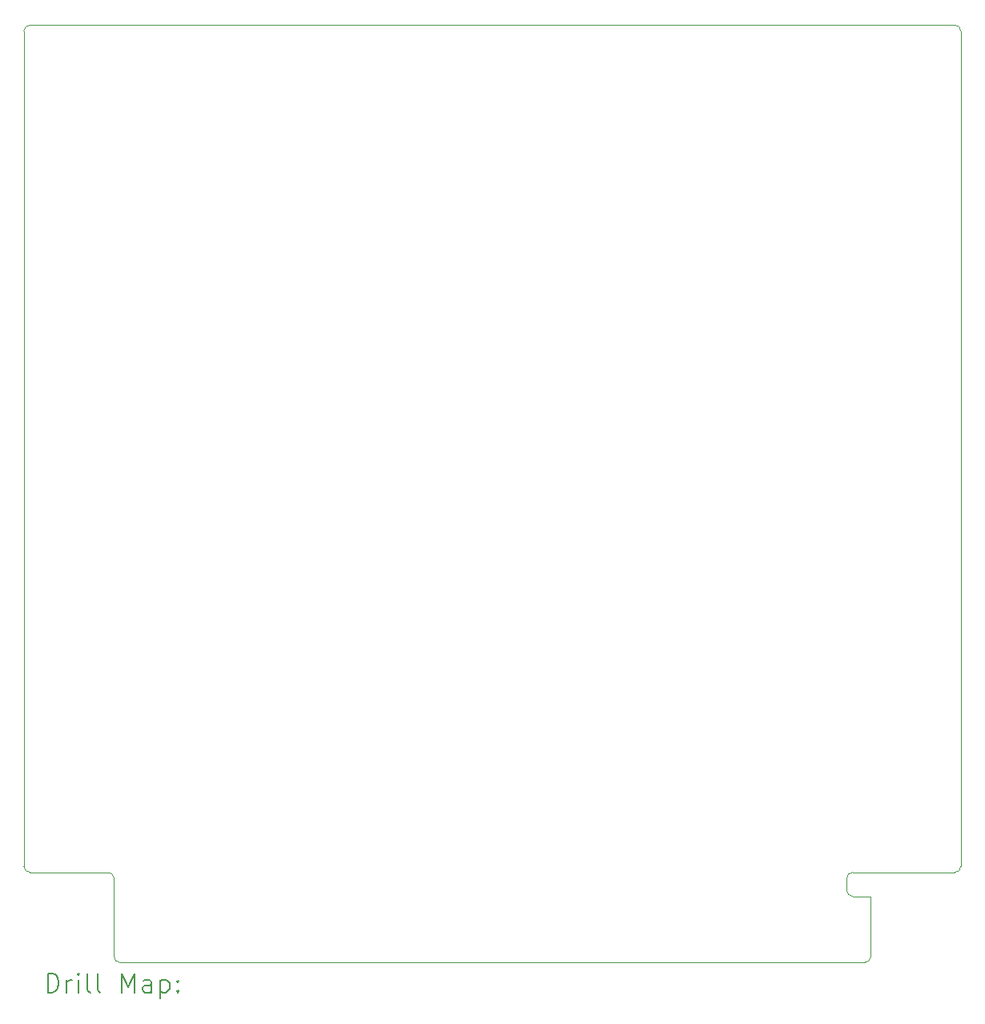
<source format=gbr>
%TF.GenerationSoftware,KiCad,Pcbnew,6.0.11-2627ca5db0~126~ubuntu20.04.1*%
%TF.CreationDate,2023-08-10T13:48:02+05:00*%
%TF.ProjectId,zx_01,7a785f30-312e-46b6-9963-61645f706362,rev?*%
%TF.SameCoordinates,Original*%
%TF.FileFunction,Drillmap*%
%TF.FilePolarity,Positive*%
%FSLAX45Y45*%
G04 Gerber Fmt 4.5, Leading zero omitted, Abs format (unit mm)*
G04 Created by KiCad (PCBNEW 6.0.11-2627ca5db0~126~ubuntu20.04.1) date 2023-08-10 13:48:02*
%MOMM*%
%LPD*%
G01*
G04 APERTURE LIST*
%ADD10C,0.100000*%
%ADD11C,0.200000*%
G04 APERTURE END LIST*
D10*
X4318000Y-5080000D02*
G75*
G03*
X4254500Y-5143500I0J-63500D01*
G01*
X13017500Y-14033500D02*
G75*
G03*
X12954000Y-14097000I0J-63500D01*
G01*
X4318000Y-5080000D02*
X14097000Y-5080000D01*
X5207000Y-14922500D02*
G75*
G03*
X5270500Y-14986000I63500J0D01*
G01*
X13017500Y-14033500D02*
X14097000Y-14033500D01*
X5207000Y-14097000D02*
G75*
G03*
X5143500Y-14033500I-63500J0D01*
G01*
X4254500Y-13970000D02*
X4254500Y-5143500D01*
X12954000Y-14224000D02*
G75*
G03*
X13017500Y-14287500I63500J0D01*
G01*
X14160500Y-5143500D02*
G75*
G03*
X14097000Y-5080000I-63500J0D01*
G01*
X5207000Y-14922500D02*
X5207000Y-14097000D01*
X14160500Y-13970000D02*
X14160500Y-5143500D01*
X13144500Y-14986000D02*
G75*
G03*
X13208000Y-14922500I0J63500D01*
G01*
X13144500Y-14986000D02*
X5270500Y-14986000D01*
X14097000Y-14033500D02*
G75*
G03*
X14160500Y-13970000I0J63500D01*
G01*
X5143500Y-14033500D02*
X4318000Y-14033500D01*
X12954000Y-14097000D02*
X12954000Y-14224000D01*
X4254500Y-13970000D02*
G75*
G03*
X4318000Y-14033500I63500J0D01*
G01*
X13208000Y-14922500D02*
X13208000Y-14287500D01*
X13208000Y-14287500D02*
X13017500Y-14287500D01*
D11*
X4507119Y-15301476D02*
X4507119Y-15101476D01*
X4554738Y-15101476D01*
X4583310Y-15111000D01*
X4602357Y-15130048D01*
X4611881Y-15149095D01*
X4621405Y-15187190D01*
X4621405Y-15215762D01*
X4611881Y-15253857D01*
X4602357Y-15272905D01*
X4583310Y-15291952D01*
X4554738Y-15301476D01*
X4507119Y-15301476D01*
X4707119Y-15301476D02*
X4707119Y-15168143D01*
X4707119Y-15206238D02*
X4716643Y-15187190D01*
X4726167Y-15177667D01*
X4745214Y-15168143D01*
X4764262Y-15168143D01*
X4830929Y-15301476D02*
X4830929Y-15168143D01*
X4830929Y-15101476D02*
X4821405Y-15111000D01*
X4830929Y-15120524D01*
X4840452Y-15111000D01*
X4830929Y-15101476D01*
X4830929Y-15120524D01*
X4954738Y-15301476D02*
X4935690Y-15291952D01*
X4926167Y-15272905D01*
X4926167Y-15101476D01*
X5059500Y-15301476D02*
X5040452Y-15291952D01*
X5030929Y-15272905D01*
X5030929Y-15101476D01*
X5288071Y-15301476D02*
X5288071Y-15101476D01*
X5354738Y-15244333D01*
X5421405Y-15101476D01*
X5421405Y-15301476D01*
X5602357Y-15301476D02*
X5602357Y-15196714D01*
X5592833Y-15177667D01*
X5573786Y-15168143D01*
X5535690Y-15168143D01*
X5516643Y-15177667D01*
X5602357Y-15291952D02*
X5583310Y-15301476D01*
X5535690Y-15301476D01*
X5516643Y-15291952D01*
X5507119Y-15272905D01*
X5507119Y-15253857D01*
X5516643Y-15234809D01*
X5535690Y-15225286D01*
X5583310Y-15225286D01*
X5602357Y-15215762D01*
X5697595Y-15168143D02*
X5697595Y-15368143D01*
X5697595Y-15177667D02*
X5716643Y-15168143D01*
X5754738Y-15168143D01*
X5773786Y-15177667D01*
X5783309Y-15187190D01*
X5792833Y-15206238D01*
X5792833Y-15263381D01*
X5783309Y-15282428D01*
X5773786Y-15291952D01*
X5754738Y-15301476D01*
X5716643Y-15301476D01*
X5697595Y-15291952D01*
X5878548Y-15282428D02*
X5888071Y-15291952D01*
X5878548Y-15301476D01*
X5869024Y-15291952D01*
X5878548Y-15282428D01*
X5878548Y-15301476D01*
X5878548Y-15177667D02*
X5888071Y-15187190D01*
X5878548Y-15196714D01*
X5869024Y-15187190D01*
X5878548Y-15177667D01*
X5878548Y-15196714D01*
M02*

</source>
